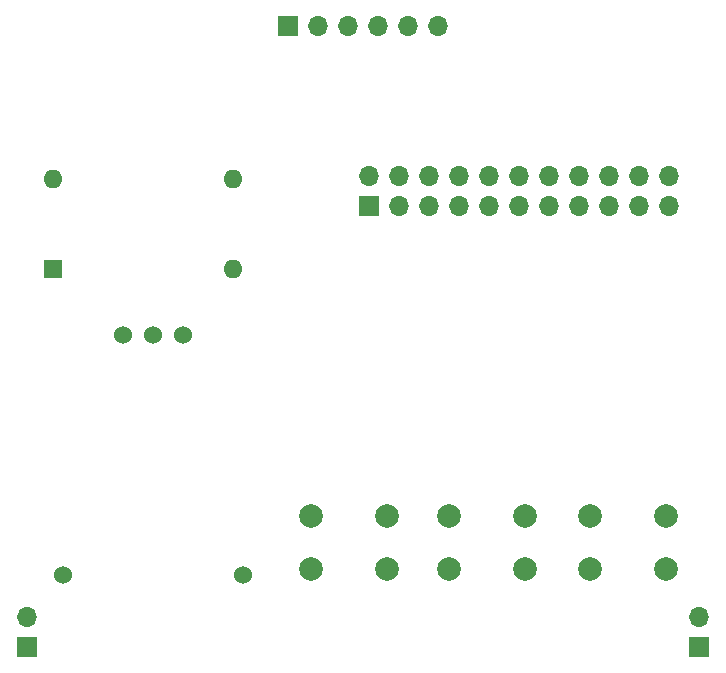
<source format=gbr>
%TF.GenerationSoftware,KiCad,Pcbnew,(6.0.0-0)*%
%TF.CreationDate,2022-10-19T22:54:39-04:00*%
%TF.ProjectId,CLOCK,434c4f43-4b2e-46b6-9963-61645f706362,rev?*%
%TF.SameCoordinates,Original*%
%TF.FileFunction,Soldermask,Bot*%
%TF.FilePolarity,Negative*%
%FSLAX46Y46*%
G04 Gerber Fmt 4.6, Leading zero omitted, Abs format (unit mm)*
G04 Created by KiCad (PCBNEW (6.0.0-0)) date 2022-10-19 22:54:39*
%MOMM*%
%LPD*%
G01*
G04 APERTURE LIST*
%ADD10C,2.000000*%
%ADD11R,1.700000X1.700000*%
%ADD12O,1.700000X1.700000*%
%ADD13C,1.524000*%
%ADD14R,1.600000X1.600000*%
%ADD15O,1.600000X1.600000*%
G04 APERTURE END LIST*
D10*
%TO.C,SW2*%
X112268000Y-128265000D03*
X105768000Y-128265000D03*
X105768000Y-123765000D03*
X112268000Y-123765000D03*
%TD*%
D11*
%TO.C,J4*%
X110744000Y-97536000D03*
D12*
X110744000Y-94996000D03*
X113284000Y-97536000D03*
X113284000Y-94996000D03*
X115824000Y-97536000D03*
X115824000Y-94996000D03*
X118364000Y-97536000D03*
X118364000Y-94996000D03*
X120904000Y-97536000D03*
X120904000Y-94996000D03*
X123444000Y-97536000D03*
X123444000Y-94996000D03*
X125984000Y-97536000D03*
X125984000Y-94996000D03*
X128524000Y-97536000D03*
X128524000Y-94996000D03*
X131064000Y-97536000D03*
X131064000Y-94996000D03*
X133604000Y-97536000D03*
X133604000Y-94996000D03*
X136144000Y-97536000D03*
X136144000Y-94996000D03*
%TD*%
D10*
%TO.C,SW3*%
X117452000Y-128265000D03*
X123952000Y-128265000D03*
X117452000Y-123765000D03*
X123952000Y-123765000D03*
%TD*%
D13*
%TO.C,U4*%
X89916000Y-108458000D03*
X94996000Y-108458000D03*
X84836000Y-128778000D03*
X100076000Y-128778000D03*
X92456000Y-108458000D03*
%TD*%
D14*
%TO.C,Y1*%
X83917500Y-102860000D03*
D15*
X99157500Y-102860000D03*
X99157500Y-95240000D03*
X83917500Y-95240000D03*
%TD*%
D10*
%TO.C,SW1*%
X135890000Y-128265000D03*
X129390000Y-128265000D03*
X135890000Y-123765000D03*
X129390000Y-123765000D03*
%TD*%
D11*
%TO.C,J3*%
X81788000Y-134879000D03*
D12*
X81788000Y-132339000D03*
%TD*%
D11*
%TO.C,J2*%
X138684000Y-134879000D03*
D12*
X138684000Y-132339000D03*
%TD*%
D11*
%TO.C,J1*%
X103886000Y-82296000D03*
D12*
X106426000Y-82296000D03*
X108966000Y-82296000D03*
X111506000Y-82296000D03*
X114046000Y-82296000D03*
X116586000Y-82296000D03*
%TD*%
M02*

</source>
